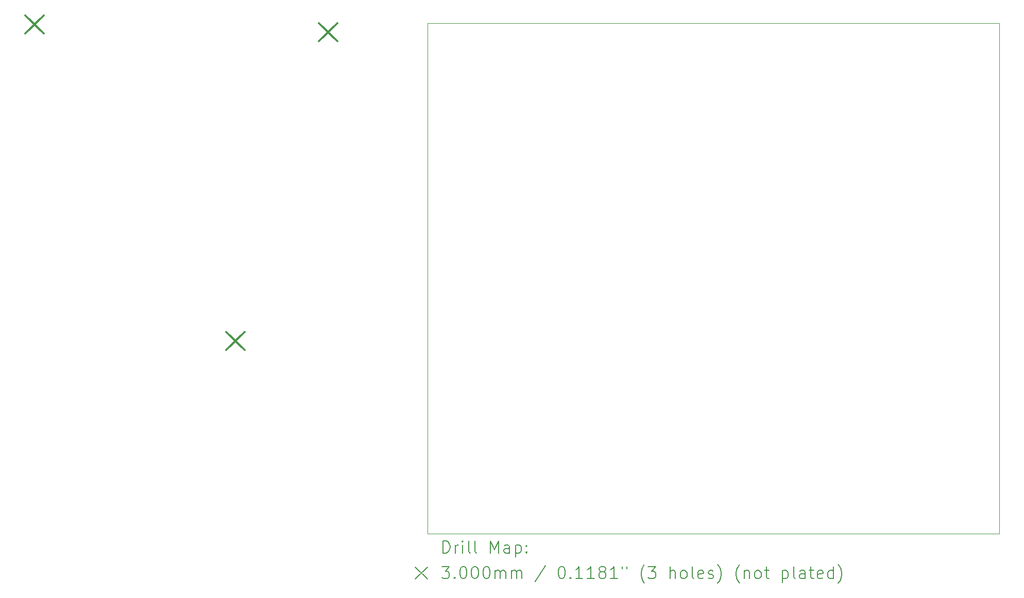
<source format=gbr>
%TF.GenerationSoftware,KiCad,Pcbnew,(6.0.7)*%
%TF.CreationDate,2023-04-14T09:22:38+03:00*%
%TF.ProjectId,KiCAD design,4b694341-4420-4646-9573-69676e2e6b69,rev?*%
%TF.SameCoordinates,Original*%
%TF.FileFunction,Drillmap*%
%TF.FilePolarity,Positive*%
%FSLAX45Y45*%
G04 Gerber Fmt 4.5, Leading zero omitted, Abs format (unit mm)*
G04 Created by KiCad (PCBNEW (6.0.7)) date 2023-04-14 09:22:38*
%MOMM*%
%LPD*%
G01*
G04 APERTURE LIST*
%ADD10C,0.100000*%
%ADD11C,0.200000*%
%ADD12C,0.300000*%
G04 APERTURE END LIST*
D10*
X19700000Y-13700000D02*
X19700000Y-5300000D01*
X10300000Y-13700000D02*
X10300000Y-13500000D01*
X19700000Y-5300000D02*
X10300000Y-5300000D01*
X10300000Y-5300000D02*
X10300000Y-6000000D01*
X11000000Y-13700000D02*
X10300000Y-13700000D01*
X10300000Y-6000000D02*
X10300000Y-13500000D01*
X11000000Y-13700000D02*
X19700000Y-13700000D01*
D11*
D12*
X3687000Y-5168000D02*
X3987000Y-5468000D01*
X3987000Y-5168000D02*
X3687000Y-5468000D01*
X6989000Y-10375000D02*
X7289000Y-10675000D01*
X7289000Y-10375000D02*
X6989000Y-10675000D01*
X8513000Y-5295000D02*
X8813000Y-5595000D01*
X8813000Y-5295000D02*
X8513000Y-5595000D01*
D11*
X10552619Y-14015476D02*
X10552619Y-13815476D01*
X10600238Y-13815476D01*
X10628810Y-13825000D01*
X10647857Y-13844048D01*
X10657381Y-13863095D01*
X10666905Y-13901190D01*
X10666905Y-13929762D01*
X10657381Y-13967857D01*
X10647857Y-13986905D01*
X10628810Y-14005952D01*
X10600238Y-14015476D01*
X10552619Y-14015476D01*
X10752619Y-14015476D02*
X10752619Y-13882143D01*
X10752619Y-13920238D02*
X10762143Y-13901190D01*
X10771667Y-13891667D01*
X10790714Y-13882143D01*
X10809762Y-13882143D01*
X10876429Y-14015476D02*
X10876429Y-13882143D01*
X10876429Y-13815476D02*
X10866905Y-13825000D01*
X10876429Y-13834524D01*
X10885952Y-13825000D01*
X10876429Y-13815476D01*
X10876429Y-13834524D01*
X11000238Y-14015476D02*
X10981190Y-14005952D01*
X10971667Y-13986905D01*
X10971667Y-13815476D01*
X11105000Y-14015476D02*
X11085952Y-14005952D01*
X11076429Y-13986905D01*
X11076429Y-13815476D01*
X11333571Y-14015476D02*
X11333571Y-13815476D01*
X11400238Y-13958333D01*
X11466905Y-13815476D01*
X11466905Y-14015476D01*
X11647857Y-14015476D02*
X11647857Y-13910714D01*
X11638333Y-13891667D01*
X11619286Y-13882143D01*
X11581190Y-13882143D01*
X11562143Y-13891667D01*
X11647857Y-14005952D02*
X11628809Y-14015476D01*
X11581190Y-14015476D01*
X11562143Y-14005952D01*
X11552619Y-13986905D01*
X11552619Y-13967857D01*
X11562143Y-13948809D01*
X11581190Y-13939286D01*
X11628809Y-13939286D01*
X11647857Y-13929762D01*
X11743095Y-13882143D02*
X11743095Y-14082143D01*
X11743095Y-13891667D02*
X11762143Y-13882143D01*
X11800238Y-13882143D01*
X11819286Y-13891667D01*
X11828809Y-13901190D01*
X11838333Y-13920238D01*
X11838333Y-13977381D01*
X11828809Y-13996428D01*
X11819286Y-14005952D01*
X11800238Y-14015476D01*
X11762143Y-14015476D01*
X11743095Y-14005952D01*
X11924048Y-13996428D02*
X11933571Y-14005952D01*
X11924048Y-14015476D01*
X11914524Y-14005952D01*
X11924048Y-13996428D01*
X11924048Y-14015476D01*
X11924048Y-13891667D02*
X11933571Y-13901190D01*
X11924048Y-13910714D01*
X11914524Y-13901190D01*
X11924048Y-13891667D01*
X11924048Y-13910714D01*
X10095000Y-14245000D02*
X10295000Y-14445000D01*
X10295000Y-14245000D02*
X10095000Y-14445000D01*
X10533571Y-14235476D02*
X10657381Y-14235476D01*
X10590714Y-14311667D01*
X10619286Y-14311667D01*
X10638333Y-14321190D01*
X10647857Y-14330714D01*
X10657381Y-14349762D01*
X10657381Y-14397381D01*
X10647857Y-14416428D01*
X10638333Y-14425952D01*
X10619286Y-14435476D01*
X10562143Y-14435476D01*
X10543095Y-14425952D01*
X10533571Y-14416428D01*
X10743095Y-14416428D02*
X10752619Y-14425952D01*
X10743095Y-14435476D01*
X10733571Y-14425952D01*
X10743095Y-14416428D01*
X10743095Y-14435476D01*
X10876429Y-14235476D02*
X10895476Y-14235476D01*
X10914524Y-14245000D01*
X10924048Y-14254524D01*
X10933571Y-14273571D01*
X10943095Y-14311667D01*
X10943095Y-14359286D01*
X10933571Y-14397381D01*
X10924048Y-14416428D01*
X10914524Y-14425952D01*
X10895476Y-14435476D01*
X10876429Y-14435476D01*
X10857381Y-14425952D01*
X10847857Y-14416428D01*
X10838333Y-14397381D01*
X10828810Y-14359286D01*
X10828810Y-14311667D01*
X10838333Y-14273571D01*
X10847857Y-14254524D01*
X10857381Y-14245000D01*
X10876429Y-14235476D01*
X11066905Y-14235476D02*
X11085952Y-14235476D01*
X11105000Y-14245000D01*
X11114524Y-14254524D01*
X11124048Y-14273571D01*
X11133571Y-14311667D01*
X11133571Y-14359286D01*
X11124048Y-14397381D01*
X11114524Y-14416428D01*
X11105000Y-14425952D01*
X11085952Y-14435476D01*
X11066905Y-14435476D01*
X11047857Y-14425952D01*
X11038333Y-14416428D01*
X11028810Y-14397381D01*
X11019286Y-14359286D01*
X11019286Y-14311667D01*
X11028810Y-14273571D01*
X11038333Y-14254524D01*
X11047857Y-14245000D01*
X11066905Y-14235476D01*
X11257381Y-14235476D02*
X11276428Y-14235476D01*
X11295476Y-14245000D01*
X11305000Y-14254524D01*
X11314524Y-14273571D01*
X11324048Y-14311667D01*
X11324048Y-14359286D01*
X11314524Y-14397381D01*
X11305000Y-14416428D01*
X11295476Y-14425952D01*
X11276428Y-14435476D01*
X11257381Y-14435476D01*
X11238333Y-14425952D01*
X11228809Y-14416428D01*
X11219286Y-14397381D01*
X11209762Y-14359286D01*
X11209762Y-14311667D01*
X11219286Y-14273571D01*
X11228809Y-14254524D01*
X11238333Y-14245000D01*
X11257381Y-14235476D01*
X11409762Y-14435476D02*
X11409762Y-14302143D01*
X11409762Y-14321190D02*
X11419286Y-14311667D01*
X11438333Y-14302143D01*
X11466905Y-14302143D01*
X11485952Y-14311667D01*
X11495476Y-14330714D01*
X11495476Y-14435476D01*
X11495476Y-14330714D02*
X11505000Y-14311667D01*
X11524048Y-14302143D01*
X11552619Y-14302143D01*
X11571667Y-14311667D01*
X11581190Y-14330714D01*
X11581190Y-14435476D01*
X11676428Y-14435476D02*
X11676428Y-14302143D01*
X11676428Y-14321190D02*
X11685952Y-14311667D01*
X11705000Y-14302143D01*
X11733571Y-14302143D01*
X11752619Y-14311667D01*
X11762143Y-14330714D01*
X11762143Y-14435476D01*
X11762143Y-14330714D02*
X11771667Y-14311667D01*
X11790714Y-14302143D01*
X11819286Y-14302143D01*
X11838333Y-14311667D01*
X11847857Y-14330714D01*
X11847857Y-14435476D01*
X12238333Y-14225952D02*
X12066905Y-14483095D01*
X12495476Y-14235476D02*
X12514524Y-14235476D01*
X12533571Y-14245000D01*
X12543095Y-14254524D01*
X12552619Y-14273571D01*
X12562143Y-14311667D01*
X12562143Y-14359286D01*
X12552619Y-14397381D01*
X12543095Y-14416428D01*
X12533571Y-14425952D01*
X12514524Y-14435476D01*
X12495476Y-14435476D01*
X12476428Y-14425952D01*
X12466905Y-14416428D01*
X12457381Y-14397381D01*
X12447857Y-14359286D01*
X12447857Y-14311667D01*
X12457381Y-14273571D01*
X12466905Y-14254524D01*
X12476428Y-14245000D01*
X12495476Y-14235476D01*
X12647857Y-14416428D02*
X12657381Y-14425952D01*
X12647857Y-14435476D01*
X12638333Y-14425952D01*
X12647857Y-14416428D01*
X12647857Y-14435476D01*
X12847857Y-14435476D02*
X12733571Y-14435476D01*
X12790714Y-14435476D02*
X12790714Y-14235476D01*
X12771667Y-14264048D01*
X12752619Y-14283095D01*
X12733571Y-14292619D01*
X13038333Y-14435476D02*
X12924048Y-14435476D01*
X12981190Y-14435476D02*
X12981190Y-14235476D01*
X12962143Y-14264048D01*
X12943095Y-14283095D01*
X12924048Y-14292619D01*
X13152619Y-14321190D02*
X13133571Y-14311667D01*
X13124048Y-14302143D01*
X13114524Y-14283095D01*
X13114524Y-14273571D01*
X13124048Y-14254524D01*
X13133571Y-14245000D01*
X13152619Y-14235476D01*
X13190714Y-14235476D01*
X13209762Y-14245000D01*
X13219286Y-14254524D01*
X13228809Y-14273571D01*
X13228809Y-14283095D01*
X13219286Y-14302143D01*
X13209762Y-14311667D01*
X13190714Y-14321190D01*
X13152619Y-14321190D01*
X13133571Y-14330714D01*
X13124048Y-14340238D01*
X13114524Y-14359286D01*
X13114524Y-14397381D01*
X13124048Y-14416428D01*
X13133571Y-14425952D01*
X13152619Y-14435476D01*
X13190714Y-14435476D01*
X13209762Y-14425952D01*
X13219286Y-14416428D01*
X13228809Y-14397381D01*
X13228809Y-14359286D01*
X13219286Y-14340238D01*
X13209762Y-14330714D01*
X13190714Y-14321190D01*
X13419286Y-14435476D02*
X13305000Y-14435476D01*
X13362143Y-14435476D02*
X13362143Y-14235476D01*
X13343095Y-14264048D01*
X13324048Y-14283095D01*
X13305000Y-14292619D01*
X13495476Y-14235476D02*
X13495476Y-14273571D01*
X13571667Y-14235476D02*
X13571667Y-14273571D01*
X13866905Y-14511667D02*
X13857381Y-14502143D01*
X13838333Y-14473571D01*
X13828809Y-14454524D01*
X13819286Y-14425952D01*
X13809762Y-14378333D01*
X13809762Y-14340238D01*
X13819286Y-14292619D01*
X13828809Y-14264048D01*
X13838333Y-14245000D01*
X13857381Y-14216428D01*
X13866905Y-14206905D01*
X13924048Y-14235476D02*
X14047857Y-14235476D01*
X13981190Y-14311667D01*
X14009762Y-14311667D01*
X14028809Y-14321190D01*
X14038333Y-14330714D01*
X14047857Y-14349762D01*
X14047857Y-14397381D01*
X14038333Y-14416428D01*
X14028809Y-14425952D01*
X14009762Y-14435476D01*
X13952619Y-14435476D01*
X13933571Y-14425952D01*
X13924048Y-14416428D01*
X14285952Y-14435476D02*
X14285952Y-14235476D01*
X14371667Y-14435476D02*
X14371667Y-14330714D01*
X14362143Y-14311667D01*
X14343095Y-14302143D01*
X14314524Y-14302143D01*
X14295476Y-14311667D01*
X14285952Y-14321190D01*
X14495476Y-14435476D02*
X14476428Y-14425952D01*
X14466905Y-14416428D01*
X14457381Y-14397381D01*
X14457381Y-14340238D01*
X14466905Y-14321190D01*
X14476428Y-14311667D01*
X14495476Y-14302143D01*
X14524048Y-14302143D01*
X14543095Y-14311667D01*
X14552619Y-14321190D01*
X14562143Y-14340238D01*
X14562143Y-14397381D01*
X14552619Y-14416428D01*
X14543095Y-14425952D01*
X14524048Y-14435476D01*
X14495476Y-14435476D01*
X14676428Y-14435476D02*
X14657381Y-14425952D01*
X14647857Y-14406905D01*
X14647857Y-14235476D01*
X14828809Y-14425952D02*
X14809762Y-14435476D01*
X14771667Y-14435476D01*
X14752619Y-14425952D01*
X14743095Y-14406905D01*
X14743095Y-14330714D01*
X14752619Y-14311667D01*
X14771667Y-14302143D01*
X14809762Y-14302143D01*
X14828809Y-14311667D01*
X14838333Y-14330714D01*
X14838333Y-14349762D01*
X14743095Y-14368809D01*
X14914524Y-14425952D02*
X14933571Y-14435476D01*
X14971667Y-14435476D01*
X14990714Y-14425952D01*
X15000238Y-14406905D01*
X15000238Y-14397381D01*
X14990714Y-14378333D01*
X14971667Y-14368809D01*
X14943095Y-14368809D01*
X14924048Y-14359286D01*
X14914524Y-14340238D01*
X14914524Y-14330714D01*
X14924048Y-14311667D01*
X14943095Y-14302143D01*
X14971667Y-14302143D01*
X14990714Y-14311667D01*
X15066905Y-14511667D02*
X15076428Y-14502143D01*
X15095476Y-14473571D01*
X15105000Y-14454524D01*
X15114524Y-14425952D01*
X15124048Y-14378333D01*
X15124048Y-14340238D01*
X15114524Y-14292619D01*
X15105000Y-14264048D01*
X15095476Y-14245000D01*
X15076428Y-14216428D01*
X15066905Y-14206905D01*
X15428809Y-14511667D02*
X15419286Y-14502143D01*
X15400238Y-14473571D01*
X15390714Y-14454524D01*
X15381190Y-14425952D01*
X15371667Y-14378333D01*
X15371667Y-14340238D01*
X15381190Y-14292619D01*
X15390714Y-14264048D01*
X15400238Y-14245000D01*
X15419286Y-14216428D01*
X15428809Y-14206905D01*
X15505000Y-14302143D02*
X15505000Y-14435476D01*
X15505000Y-14321190D02*
X15514524Y-14311667D01*
X15533571Y-14302143D01*
X15562143Y-14302143D01*
X15581190Y-14311667D01*
X15590714Y-14330714D01*
X15590714Y-14435476D01*
X15714524Y-14435476D02*
X15695476Y-14425952D01*
X15685952Y-14416428D01*
X15676428Y-14397381D01*
X15676428Y-14340238D01*
X15685952Y-14321190D01*
X15695476Y-14311667D01*
X15714524Y-14302143D01*
X15743095Y-14302143D01*
X15762143Y-14311667D01*
X15771667Y-14321190D01*
X15781190Y-14340238D01*
X15781190Y-14397381D01*
X15771667Y-14416428D01*
X15762143Y-14425952D01*
X15743095Y-14435476D01*
X15714524Y-14435476D01*
X15838333Y-14302143D02*
X15914524Y-14302143D01*
X15866905Y-14235476D02*
X15866905Y-14406905D01*
X15876428Y-14425952D01*
X15895476Y-14435476D01*
X15914524Y-14435476D01*
X16133571Y-14302143D02*
X16133571Y-14502143D01*
X16133571Y-14311667D02*
X16152619Y-14302143D01*
X16190714Y-14302143D01*
X16209762Y-14311667D01*
X16219286Y-14321190D01*
X16228809Y-14340238D01*
X16228809Y-14397381D01*
X16219286Y-14416428D01*
X16209762Y-14425952D01*
X16190714Y-14435476D01*
X16152619Y-14435476D01*
X16133571Y-14425952D01*
X16343095Y-14435476D02*
X16324048Y-14425952D01*
X16314524Y-14406905D01*
X16314524Y-14235476D01*
X16505000Y-14435476D02*
X16505000Y-14330714D01*
X16495476Y-14311667D01*
X16476428Y-14302143D01*
X16438333Y-14302143D01*
X16419286Y-14311667D01*
X16505000Y-14425952D02*
X16485952Y-14435476D01*
X16438333Y-14435476D01*
X16419286Y-14425952D01*
X16409762Y-14406905D01*
X16409762Y-14387857D01*
X16419286Y-14368809D01*
X16438333Y-14359286D01*
X16485952Y-14359286D01*
X16505000Y-14349762D01*
X16571667Y-14302143D02*
X16647857Y-14302143D01*
X16600238Y-14235476D02*
X16600238Y-14406905D01*
X16609762Y-14425952D01*
X16628809Y-14435476D01*
X16647857Y-14435476D01*
X16790714Y-14425952D02*
X16771667Y-14435476D01*
X16733571Y-14435476D01*
X16714524Y-14425952D01*
X16705000Y-14406905D01*
X16705000Y-14330714D01*
X16714524Y-14311667D01*
X16733571Y-14302143D01*
X16771667Y-14302143D01*
X16790714Y-14311667D01*
X16800238Y-14330714D01*
X16800238Y-14349762D01*
X16705000Y-14368809D01*
X16971667Y-14435476D02*
X16971667Y-14235476D01*
X16971667Y-14425952D02*
X16952619Y-14435476D01*
X16914524Y-14435476D01*
X16895476Y-14425952D01*
X16885952Y-14416428D01*
X16876429Y-14397381D01*
X16876429Y-14340238D01*
X16885952Y-14321190D01*
X16895476Y-14311667D01*
X16914524Y-14302143D01*
X16952619Y-14302143D01*
X16971667Y-14311667D01*
X17047857Y-14511667D02*
X17057381Y-14502143D01*
X17076429Y-14473571D01*
X17085952Y-14454524D01*
X17095476Y-14425952D01*
X17105000Y-14378333D01*
X17105000Y-14340238D01*
X17095476Y-14292619D01*
X17085952Y-14264048D01*
X17076429Y-14245000D01*
X17057381Y-14216428D01*
X17047857Y-14206905D01*
M02*

</source>
